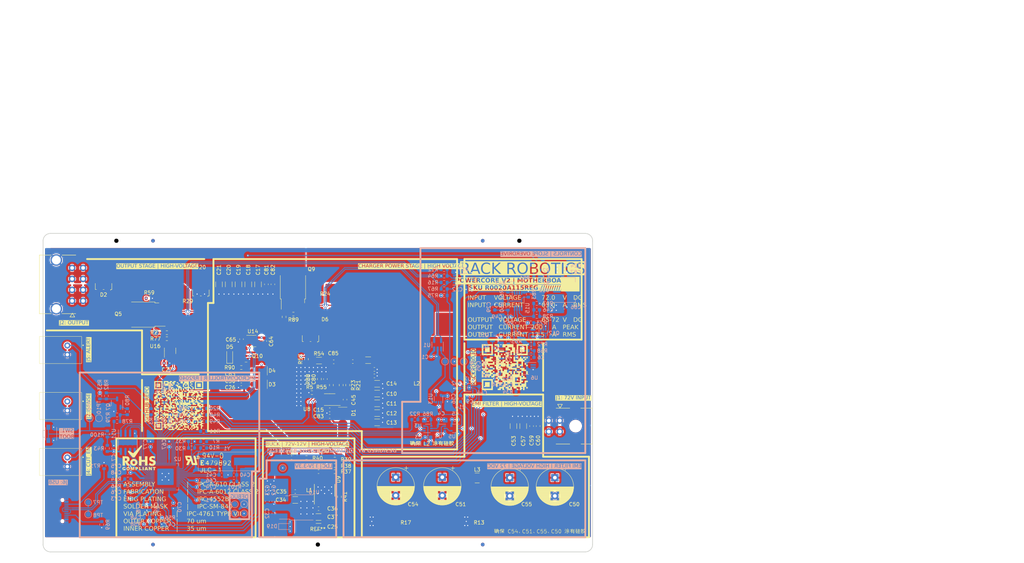
<source format=kicad_pcb>
(kicad_pcb (version 20221018) (generator pcbnew)

  (general
    (thickness 1.64)
  )

  (paper "A3")
  (title_block
    (title "PC-02 EDM PULSE GENERATOR")
    (company "DRAGONFLY POWER SYSTEMS")
  )

  (layers
    (0 "F.Cu" signal)
    (1 "In1.Cu" power)
    (2 "In2.Cu" signal)
    (3 "In3.Cu" signal)
    (4 "In4.Cu" power)
    (31 "B.Cu" signal)
    (32 "B.Adhes" user "B.Adhesive")
    (33 "F.Adhes" user "F.Adhesive")
    (34 "B.Paste" user)
    (35 "F.Paste" user)
    (36 "B.SilkS" user "B.Silkscreen")
    (37 "F.SilkS" user "F.Silkscreen")
    (38 "B.Mask" user)
    (39 "F.Mask" user)
    (40 "Dwgs.User" user "User.Drawings")
    (41 "Cmts.User" user "User.Comments")
    (42 "Eco1.User" user "User.Eco1")
    (43 "Eco2.User" user "User.Eco2")
    (44 "Edge.Cuts" user)
    (45 "Margin" user)
    (46 "B.CrtYd" user "B.Courtyard")
    (47 "F.CrtYd" user "F.Courtyard")
    (48 "B.Fab" user)
    (49 "F.Fab" user)
    (50 "User.1" user)
    (51 "User.2" user)
    (52 "User.3" user)
    (53 "User.4" user)
    (54 "User.5" user)
    (55 "User.6" user)
    (56 "User.7" user)
    (57 "User.8" user)
    (58 "User.9" user)
  )

  (setup
    (stackup
      (layer "F.SilkS" (type "Top Silk Screen") (color "White"))
      (layer "F.Paste" (type "Top Solder Paste"))
      (layer "F.Mask" (type "Top Solder Mask") (color "#000000CC") (thickness 0.01))
      (layer "F.Cu" (type "copper") (thickness 0.07))
      (layer "dielectric 1" (type "prepreg") (thickness 0.18) (material "FR4") (epsilon_r 4.29) (loss_tangent 0.02))
      (layer "In1.Cu" (type "copper") (thickness 0.035))
      (layer "dielectric 2" (type "core") (thickness 0.4) (material "FR4") (epsilon_r 4.29) (loss_tangent 0.02))
      (layer "In2.Cu" (type "copper") (thickness 0.035))
      (layer "dielectric 3" (type "prepreg") (thickness 0.18) (material "FR4") (epsilon_r 4.29) (loss_tangent 0.02))
      (layer "In3.Cu" (type "copper") (thickness 0.035))
      (layer "dielectric 4" (type "core") (thickness 0.4) (material "FR4") (epsilon_r 4.29) (loss_tangent 0.02))
      (layer "In4.Cu" (type "copper") (thickness 0.035))
      (layer "dielectric 5" (type "prepreg") (thickness 0.18) (material "FR4") (epsilon_r 4.29) (loss_tangent 0.02))
      (layer "B.Cu" (type "copper") (thickness 0.07))
      (layer "B.Mask" (type "Bottom Solder Mask") (color "#000000CC") (thickness 0.01))
      (layer "B.Paste" (type "Bottom Solder Paste"))
      (layer "B.SilkS" (type "Bottom Silk Screen") (color "White"))
      (copper_finish "ENIG")
      (dielectric_constraints no)
    )
    (pad_to_mask_clearance 0.0508)
    (solder_mask_min_width 0.0762)
    (aux_axis_origin 126.999998 193.999998)
    (pcbplotparams
      (layerselection 0x00010fc_ffffffff)
      (plot_on_all_layers_selection 0x0000000_00000000)
      (disableapertmacros false)
      (usegerberextensions true)
      (usegerberattributes false)
      (usegerberadvancedattributes false)
      (creategerberjobfile false)
      (dashed_line_dash_ratio 12.000000)
      (dashed_line_gap_ratio 3.000000)
      (svgprecision 4)
      (plotframeref false)
      (viasonmask false)
      (mode 1)
      (useauxorigin true)
      (hpglpennumber 1)
      (hpglpenspeed 20)
      (hpglpendiameter 15.000000)
      (dxfpolygonmode true)
      (dxfimperialunits true)
      (dxfusepcbnewfont true)
      (psnegative false)
      (psa4output false)
      (plotreference true)
      (plotvalue false)
      (plotinvisibletext false)
      (sketchpadsonfab false)
      (subtractmaskfromsilk true)
      (outputformat 1)
      (mirror false)
      (drillshape 0)
      (scaleselection 1)
      (outputdirectory "Gerbers/")
    )
  )

  (net 0 "")
  (net 1 "+3V3")
  (net 2 "GND")
  (net 3 "/CONTROLS/V_SENSE_FILTERED")
  (net 4 "/CONTROLS/V_SLOPE")
  (net 5 "VBUS")
  (net 6 "+12V")
  (net 7 "/CHARGER_POWER_STAGE/CHARGER_TEMP")
  (net 8 "/CONTROLS/CURRENT_TRIP")
  (net 9 "Net-(R49-Pad2)")
  (net 10 "/CONTROLS/OUTPUT_ISENSE_MICRO")
  (net 11 "Net-(Q10A-G)")
  (net 12 "Net-(U4-Pad2)")
  (net 13 "Net-(U8-IN)")
  (net 14 "+1V1")
  (net 15 "/MICRO/OUTPUT_STAGE_TEMP")
  (net 16 "/CHARGER_POWER_STAGE/VCAP")
  (net 17 "Net-(D7-A{slash}K)")
  (net 18 "/CONTROLS/CC_I_LIMIT")
  (net 19 "Net-(U9-BST)")
  (net 20 "Net-(U9-SW)")
  (net 21 "Net-(C38-Pad1)")
  (net 22 "Net-(U9-FB)")
  (net 23 "Net-(C40-Pad1)")
  (net 24 "/MICRO/XIN")
  (net 25 "/CONTROLS/V_CAP_SET")
  (net 26 "/CHARGER_POWER_STAGE/VSW")
  (net 27 "/CONTROLS/SLOPE_GENERATION/I_LIMIT_ADJUSTED")
  (net 28 "+5V")
  (net 29 "VDC")
  (net 30 "Net-(U7A--)")
  (net 31 "Net-(D3-K)")
  (net 32 "Net-(D5-A)")
  (net 33 "/CHARGER_POWER_STAGE/VHB_DIODE")
  (net 34 "/CHARGER_POWER_STAGE/VS_DIODE")
  (net 35 "Net-(Q3-G)")
  (net 36 "Net-(C84-Pad1)")
  (net 37 "Net-(C85-Pad2)")
  (net 38 "Net-(D1-K)")
  (net 39 "/CONNECTORS/ELECTRODE_-")
  (net 40 "Net-(D5-K)")
  (net 41 "/CONNECTORS/OUTPUT_ISENSE")
  (net 42 "/CONNECTORS/CUT_EN")
  (net 43 "/CONNECTORS/SHORT_ALERT")
  (net 44 "Net-(J6-VBUS-PadA4)")
  (net 45 "/CONNECTORS/USB_D_N")
  (net 46 "/CONNECTORS/USB_D_P")
  (net 47 "Net-(J6-CC1)")
  (net 48 "Net-(L2-Pad1)")
  (net 49 "/CONTROLS/OUTPUT_SHUNT_+")
  (net 50 "unconnected-(J6-SBU1-PadA8)")
  (net 51 "/CHARGER_POWER_STAGE/V_SHUNT_+")
  (net 52 "/CHARGER_POWER_STAGE/V_SHUNT_-")
  (net 53 "Net-(Q1-G)")
  (net 54 "Net-(Q2-G)")
  (net 55 "Net-(Q2-S)")
  (net 56 "Net-(Q2-D)")
  (net 57 "Net-(U16-IN)")
  (net 58 "Net-(U16-HO)")
  (net 59 "Net-(Q5-G)")
  (net 60 "Net-(Q7-G)")
  (net 61 "Net-(Q7-D)")
  (net 62 "/CHARGER_POWER_STAGE/VGH")
  (net 63 "Net-(Q9-G)")
  (net 64 "Net-(Q11-G)")
  (net 65 "Net-(U13-+)")
  (net 66 "Net-(U3-D)")
  (net 67 "Net-(U3-~{CLR})")
  (net 68 "/CONTROLS/CC_SLOPE_BLANKING")
  (net 69 "Net-(U6B-+)")
  (net 70 "/CHARGER_POWER_STAGE/CC_CHARGER_EN")
  (net 71 "/CONTROLS/SPARK_THRESHOLD_PWM")
  (net 72 "/MICRO/P_USB_P")
  (net 73 "/CONTROLS/OUTPUT_CURRENT_TRIP")
  (net 74 "Net-(R15-Pad2)")
  (net 75 "/MICRO/P_USB_N")
  (net 76 "Net-(J6-CC2)")
  (net 77 "Net-(U8-EN)")
  (net 78 "Net-(U8-HO)")
  (net 79 "/CHARGER_POWER_STAGE/CC_CHARGER_HI")
  (net 80 "/CHARGER_POWER_STAGE/VG_DIODE")
  (net 81 "/MICRO/OUTPUT_EN")
  (net 82 "/CONTROLS/CC_I_LIMIT_PWM")
  (net 83 "/CONTROLS/V_CAP_SET_PWM")
  (net 84 "Net-(R33-Pad1)")
  (net 85 "Net-(R38-Pad2)")
  (net 86 "Net-(U9-RT)")
  (net 87 "/MICRO/QSPI_SS")
  (net 88 "/CONTROLS/CC_CLK")
  (net 89 "Net-(U3-C)")
  (net 90 "Net-(U15A--)")
  (net 91 "unconnected-(J6-SBU2-PadB8)")
  (net 92 "/CONTROLS/VSENSE_TRIP")
  (net 93 "unconnected-(U6-Pad1)")
  (net 94 "/CONTROLS/CC_PWM_nEN")
  (net 95 "Net-(U15A-+)")
  (net 96 "Net-(U8-RDT)")
  (net 97 "Net-(U8-LO)")
  (net 98 "Net-(U15B-+)")
  (net 99 "Net-(U15B--)")
  (net 100 "Net-(R78-Pad2)")
  (net 101 "/MICRO/CUT_nEN")
  (net 102 "/CHARGER_POWER_STAGE/DIODE_ON")
  (net 103 "Net-(U14-IN)")
  (net 104 "/CHARGER_POWER_STAGE/GATE_BIAS_CLK")
  (net 105 "Net-(R100-Pad2)")
  (net 106 "/MICRO/XOUT")
  (net 107 "/CONNECTORS/SWCLK")
  (net 108 "/CONNECTORS/SWDIO")
  (net 109 "unconnected-(U2-GPIO23-Pad35)")
  (net 110 "unconnected-(U2-GPIO24-Pad36)")
  (net 111 "unconnected-(U2-GPIO16-Pad27)")
  (net 112 "unconnected-(U2-GPIO17-Pad28)")
  (net 113 "unconnected-(U2-GPIO18-Pad29)")
  (net 114 "unconnected-(U2-GPIO19-Pad30)")
  (net 115 "unconnected-(U2-GPIO20-Pad31)")
  (net 116 "unconnected-(U2-GPIO21-Pad32)")
  (net 117 "unconnected-(U2-GPIO22-Pad34)")
  (net 118 "unconnected-(U2-GPIO25-Pad37)")
  (net 119 "Net-(U11-~{RST}(IO3))")
  (net 120 "Net-(U11-CLK)")
  (net 121 "Net-(U11-DI(IO0))")
  (net 122 "Net-(U11-~{WP}(IO2))")
  (net 123 "Net-(U11-DO(IO1))")
  (net 124 "unconnected-(U8-NC-Pad5)")
  (net 125 "unconnected-(U9-PGOOD-Pad6)")
  (net 126 "Net-(U17A-+)")
  (net 127 "Net-(U17A--)")
  (net 128 "/CONTROLS/VSENSE_BUFFERED")
  (net 129 "Net-(C51-Pad2)")
  (net 130 "Net-(R62-Pad1)")
  (net 131 "Net-(D7-A)")
  (net 132 "Net-(D7-K)")
  (net 133 "unconnected-(U17-Pad7)")
  (net 134 "Net-(J5-Pad1)")
  (net 135 "Net-(Q5-S)")
  (net 136 "/CONTROLS/OUTPUT_SHUNT_-")
  (net 137 "Net-(D19-K)")
  (net 138 "unconnected-(U2-GPIO7-Pad9)")
  (net 139 "unconnected-(U2-GPIO8-Pad11)")

  (footprint "NET_TIES:NET_TIE_SMD_10mil" (layer "F.Cu") (at 202.039 126.619 180))

  (footprint "SMD_INDUCTORS:PQ2617BHA" (layer "F.Cu") (at 229.108 131.826 -90))

  (footprint "CONNECTORS:0430450822" (layer "F.Cu") (at 130.599998 120.914999 -90))

  (footprint "Fiducial:Fiducial_1mm_Mask2mm" (layer "F.Cu") (at 157 109))

  (footprint "SMD_INDUCTORS:VLS6045EX" (layer "F.Cu") (at 196.849998 172.823998 180))

  (footprint "Capacitor_SMD:C_0603_1608Metric" (layer "F.Cu") (at 181.102 145.415 180))

  (footprint "Capacitor_SMD:C_0603_1608Metric" (layer "F.Cu") (at 194.817998 168.251998 180))

  (footprint "CONNECTORS:S2B-XH-A-1" (layer "F.Cu") (at 133.61432 154.149998 90))

  (footprint "Capacitor_SMD:C_0603_1608Metric" (layer "F.Cu") (at 209.423 152.4 90))

  (footprint "Capacitor_SMD:C_0603_1608Metric" (layer "F.Cu") (at 262.128 159.639 90))

  (footprint "Capacitor_SMD:C_0603_1608Metric" (layer "F.Cu") (at 187.5155 136.398 -90))

  (footprint "GRAPHICS:powercore_version_2.0_micro" (layer "F.Cu") (at 186 190))

  (footprint "Resistor_SMD:R_1206_3216Metric" (layer "F.Cu") (at 215.725 141.632 180))

  (footprint "Capacitor_SMD:C_1206_3216Metric" (layer "F.Cu") (at 218.186 148.082))

  (footprint "DFN_QFN:INFINEON_TSDSON-8-25" (layer "F.Cu") (at 211.471 144.878 -90))

  (footprint "Capacitor_SMD:C_0603_1608Metric" (layer "F.Cu") (at 160.795 142.437998))

  (footprint "NET_TIES:NET_TIE_SMD_10mil" (layer "F.Cu") (at 164.447001 128.270001 180))

  (footprint "Resistor_SMD:R_0603_1608Metric" (layer "F.Cu") (at 206.629 172.085 180))

  (footprint "Capacitor_SMD:C_0603_1608Metric" (layer "F.Cu") (at 181.1655 135.89 -90))

  (footprint "Resistor_SMD:R_0603_1608Metric" (layer "F.Cu") (at 208.37 148.434 -90))

  (footprint "Resistor_SMD:R_0603_1608Metric" (layer "F.Cu") (at 195.32 129.041))

  (footprint "Capacitor_SMD:C_1206_3216Metric" (layer "F.Cu") (at 255.397 159.639 90))

  (footprint "Resistor_SMD:R_0603_1608Metric" (layer "F.Cu") (at 205.703 148.434 90))

  (footprint "Package_TO_SOT_SMD:TO-277A" (layer "F.Cu")
    (tstamp 34fc78c3-d036-4ccb-9577-17e5e6951438)
    (at 143.51 119.155 180)
    (descr "Thermal enhanced ultra thin SMD package; 3 leads; body: 4.3x6.1x0.43mm, https://www.vishay.com/docs/95570/to-277asmpc.pdf")
    (tags "TO-277A SMPC")
    (property "If" "10A")
    (property "Manufacturer" "Vishay")
    (property "Part Number" "SS10PH10-M3/87A")
    (property "Sheetfile" "OUTPUT_STAGE.kicad_sch")
    (property "Sheetname" "OUTPUT_STAGE")
    (property "Vr" "100V")
    (property "ki_description" "DIODE, SCHOTTKY, 100V, 10A, TO277A")
    (property "ki_keywords" "diode")
    (path "/feabb24a-384d-4039-a47b-587e8a8a2a3e/197214d2-0e6c-460b-a008-90ee12b24c6b")
    (attr smd)
    (fp_text reference "D2" (at 0.01 -4.595) (layer "F.SilkS")
        (effects (font (size 1 1) (thickness 0.1524)))
      (tstamp 7e1cdb48-da0d-464e-9519-fecface80ba2)
    )
    (fp_text value "SS10PH10-M3/87A" (at 0 4.5) (layer "F.Fab")
        (effects (font (size 1 1) (thickness 0.15)))
      (tstamp c99f7bf5-a5b2-4f8d-af68-3d1221e5ebc5)
    )
    (fp_text user "${REFERENCE}" (at 0 0) (layer "F.Fab")
        (effects (font (size 1 1) (thickness 0.15)))
      (tstamp 710ce4fd-822f-45b1-ab84-9b9845ccb38b)
    )
    (fp
... [5039662 chars truncated]
</source>
